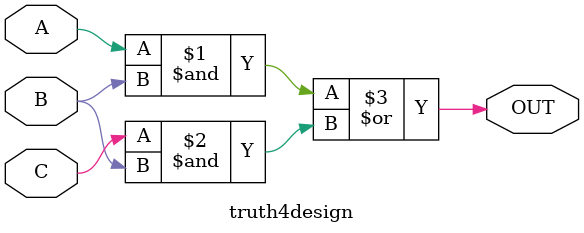
<source format=v>
module truth4design (input A,B,C,output OUT);
assign OUT=(A&B) | (C&B);

endmodule

</source>
